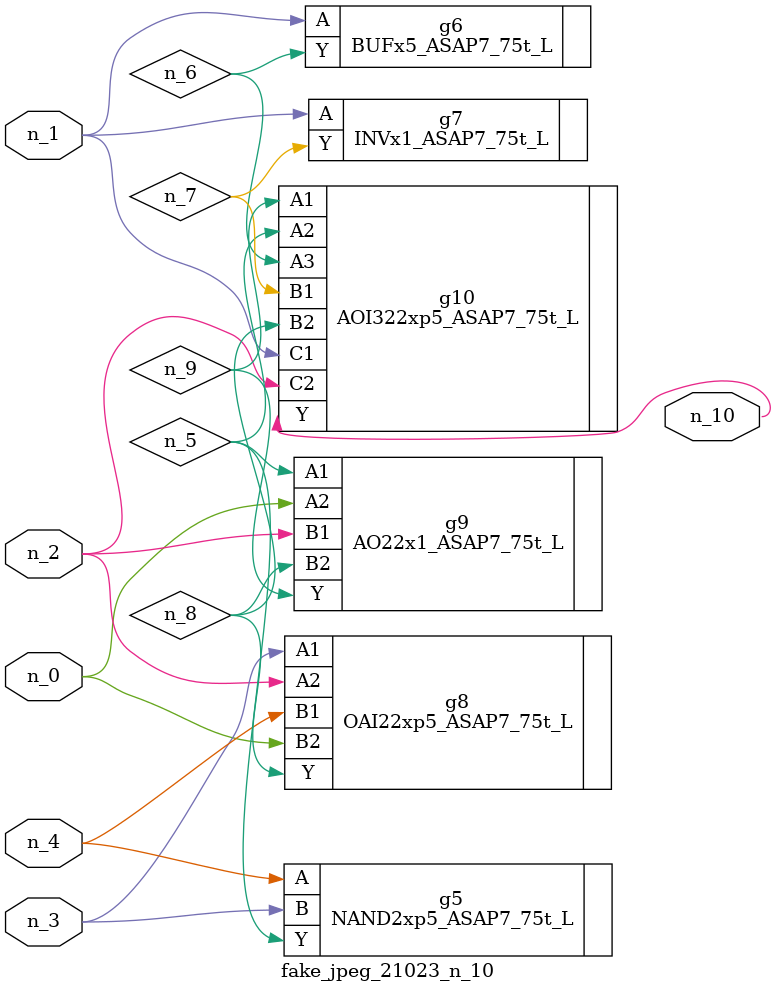
<source format=v>
module fake_jpeg_21023_n_10 (n_3, n_2, n_1, n_0, n_4, n_10);

input n_3;
input n_2;
input n_1;
input n_0;
input n_4;

output n_10;

wire n_8;
wire n_9;
wire n_6;
wire n_5;
wire n_7;

NAND2xp5_ASAP7_75t_L g5 ( 
.A(n_4),
.B(n_3),
.Y(n_5)
);

BUFx5_ASAP7_75t_L g6 ( 
.A(n_1),
.Y(n_6)
);

INVx1_ASAP7_75t_L g7 ( 
.A(n_1),
.Y(n_7)
);

OAI22xp5_ASAP7_75t_L g8 ( 
.A1(n_3),
.A2(n_2),
.B1(n_4),
.B2(n_0),
.Y(n_8)
);

AO22x1_ASAP7_75t_L g9 ( 
.A1(n_5),
.A2(n_0),
.B1(n_2),
.B2(n_8),
.Y(n_9)
);

AOI322xp5_ASAP7_75t_L g10 ( 
.A1(n_9),
.A2(n_5),
.A3(n_6),
.B1(n_7),
.B2(n_8),
.C1(n_1),
.C2(n_2),
.Y(n_10)
);


endmodule
</source>
